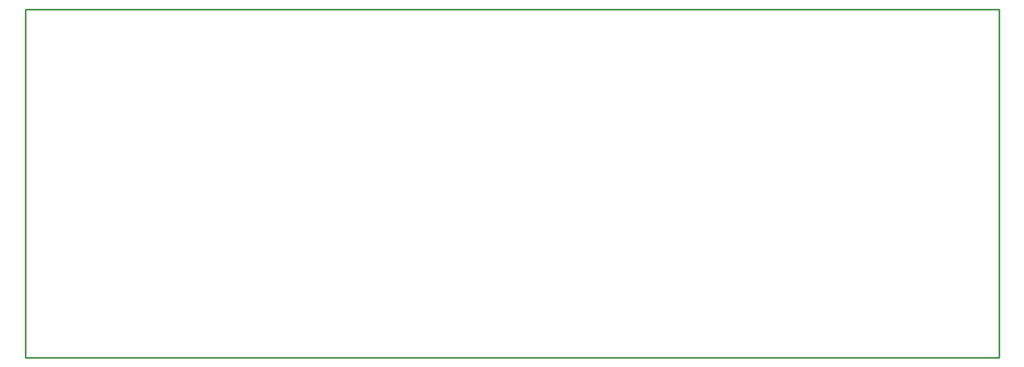
<source format=gm1>
G04 Layer_Color=16711935*
%FSLAX24Y24*%
%MOIN*%
G70*
G01*
G75*
%ADD47C,0.0100*%
D47*
X11300Y10000D02*
Y31000D01*
Y10000D02*
X70000D01*
Y31000D01*
X11300D02*
X70000D01*
M02*

</source>
